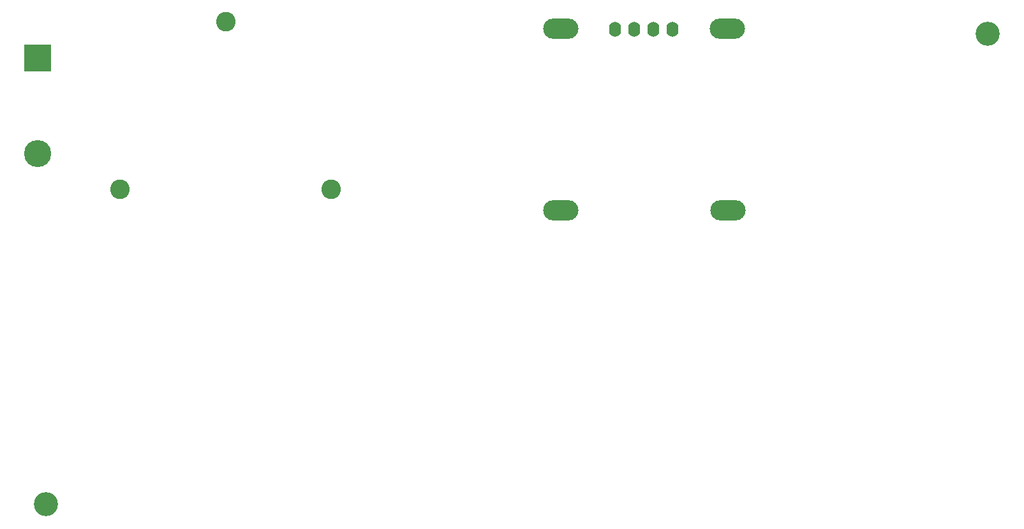
<source format=gbs>
G04 #@! TF.GenerationSoftware,KiCad,Pcbnew,7.0.2*
G04 #@! TF.CreationDate,2023-06-26T18:45:37-03:00*
G04 #@! TF.ProjectId,ProjetoFinalSEMB,50726f6a-6574-46f4-9669-6e616c53454d,rev?*
G04 #@! TF.SameCoordinates,Original*
G04 #@! TF.FileFunction,Soldermask,Bot*
G04 #@! TF.FilePolarity,Negative*
%FSLAX46Y46*%
G04 Gerber Fmt 4.6, Leading zero omitted, Abs format (unit mm)*
G04 Created by KiCad (PCBNEW 7.0.2) date 2023-06-26 18:45:37*
%MOMM*%
%LPD*%
G01*
G04 APERTURE LIST*
%ADD10C,2.600000*%
%ADD11R,3.600000X3.600000*%
%ADD12C,3.600000*%
%ADD13C,3.200000*%
%ADD14O,4.680000X2.690000*%
%ADD15O,1.600000X2.000000*%
G04 APERTURE END LIST*
D10*
X124880800Y-91602500D03*
X110880800Y-69402500D03*
X96880800Y-91602500D03*
D11*
X85980800Y-74152500D03*
D12*
X85980800Y-86852500D03*
D13*
X212030800Y-70982500D03*
D14*
X155360800Y-70282500D03*
X155360800Y-94382500D03*
X177460800Y-70282500D03*
X177560800Y-94382500D03*
D15*
X162540800Y-70382500D03*
X165080800Y-70382500D03*
X167620800Y-70382500D03*
X170160800Y-70382500D03*
D13*
X87030800Y-133482500D03*
M02*

</source>
